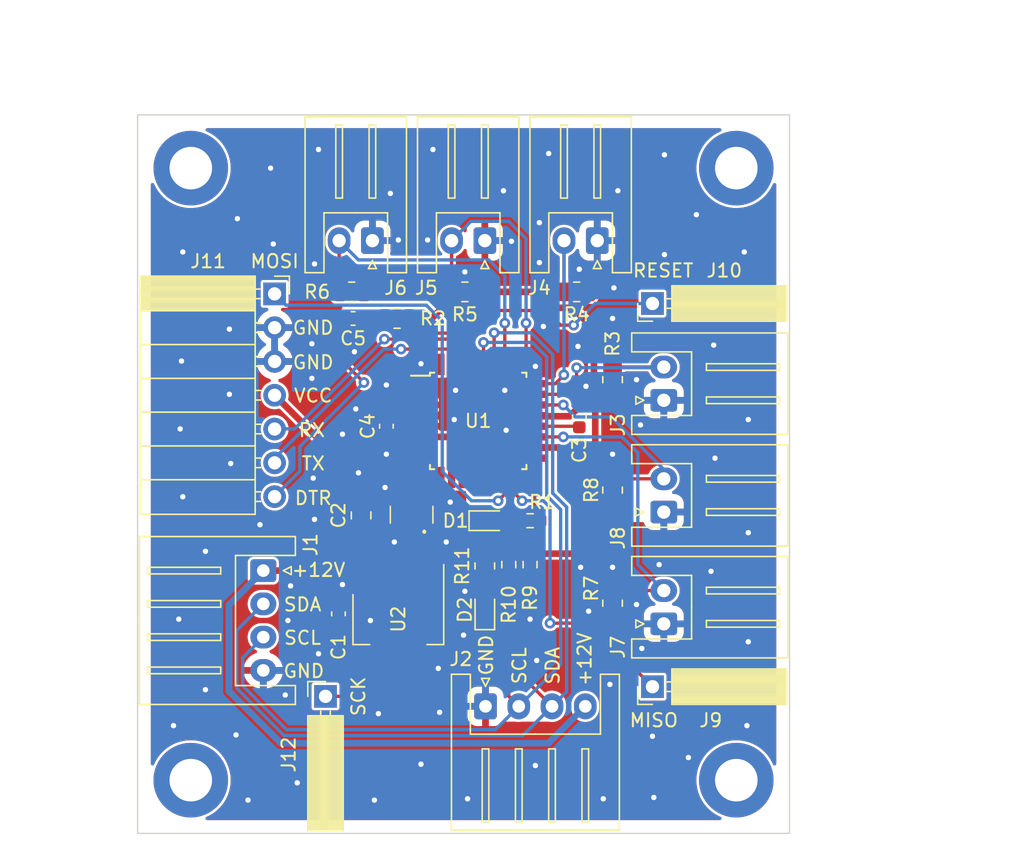
<source format=kicad_pcb>
(kicad_pcb (version 20211014) (generator pcbnew)
  (layers (0 "F.Cu" signal) (31 "B.Cu" signal) (34 "B.Paste" user) (35 "F.Paste" user) (36 "B.SilkS" user "B.Silkscreen") (37 "F.SilkS" user "F.Silkscreen") (38 "B.Mask" user) (39 "F.Mask" user) (44 "Edge.Cuts" user))
  (net 0 "")
  (net 1 "+12V")
  (net 2 "VCC")
  (net 3 "GND2")
  (net 4 "/RESET")
  (net 5 "/DTR")
  (net 6 "Net-(D1-Pad2)")
  (net 7 "/A0")
  (net 8 "/A1")
  (net 9 "/A2")
  (net 10 "/A3")
  (net 11 "/A6")
  (net 12 "/A7")
  (net 13 "SDA")
  (net 14 "SCL")
  (net 15 "/TXO")
  (net 16 "/RXI")
  (net 25 "/MOSI")
  (net 26 "/MISO")
  (net 28 "Net-(D2-Pad2)")
  (net 29 "/PB6")
  (net 30 "/PB7")
  (net 31 "/AREF")
  (net 32 "/SCK")
  (footprint "Resistor_SMD:R_0805_2012Metric" (layer "F.Cu") (at 131.7 82.2 90)
    (fp_text reference "R8" (at 0 -1.6 90) (layer "F.SilkS"))
    (fp_text value "10k")
    (pad "1" smd roundrect (at -0.9125 0 90) (size 1.025 1.4) (layers "F.Cu" "F.Paste" "F.Mask") (roundrect_rratio 0.243902439) (net 2 "VCC"))
    (pad "2" smd roundrect (at 0.9125 0 90) (size 1.025 1.4) (layers "F.Cu" "F.Paste" "F.Mask") (roundrect_rratio 0.243902439) (net 12 "/A7"))
  )
  (footprint "Connector_JST:JST_XH_S2B-XH-A_1x02_P2.50mm_Horizontal" (layer "F.Cu") (at 122.1 63.45 180)
    (fp_text reference "J5" (at 4.4 -3.55) (layer "F.SilkS"))
    (fp_text value "Conn_01x02_Male")
    (pad "1" thru_hole roundrect (at 0 0 180) (size 1.7 2) (drill 1) (layers *.Cu *.Mask) (roundrect_rratio 0.147059) (net 3 "GND2"))
    (pad "2" thru_hole oval (at 2.5 0 180) (size 1.7 2) (drill 1) (layers *.Cu *.Mask) (net 9 "/A2"))
  )
  (footprint "Connector_JST:JST_XH_S2B-XH-A_1x02_P2.50mm_Horizontal" (layer "F.Cu") (at 130.55 63.45 180)
    (fp_text reference "J4" (at 4.35 -3.55) (layer "F.SilkS"))
    (fp_text value "Conn_01x02_Male")
    (pad "1" thru_hole roundrect (at 0 0 180) (size 1.7 2) (drill 1) (layers *.Cu *.Mask) (roundrect_rratio 0.147059) (net 3 "GND2"))
    (pad "2" thru_hole oval (at 2.5 0 180) (size 1.7 2) (drill 1) (layers *.Cu *.Mask) (net 8 "/A1"))
  )
  (footprint "Connector_JST:JST_XH_S2B-XH-A_1x02_P2.50mm_Horizontal" (layer "F.Cu") (at 113.65 63.45 180)
    (fp_text reference "J6" (at -1.75 -3.55) (layer "F.SilkS"))
    (fp_text value "Conn_01x02_Male")
    (pad "1" thru_hole roundrect (at 0 0 180) (size 1.7 2) (drill 1) (layers *.Cu *.Mask) (roundrect_rratio 0.147059) (net 3 "GND2"))
    (pad "2" thru_hole oval (at 2.5 0 180) (size 1.7 2) (drill 1) (layers *.Cu *.Mask) (net 10 "/A3"))
  )
  (footprint "Capacitor_SMD:C_0603_1608Metric" (layer "F.Cu") (at 114.7 77.4 -90)
    (fp_text reference "C4" (at 0 1.4 90) (layer "F.SilkS"))
    (fp_text value "0.1u")
    (pad "1" smd roundrect (at -0.775 0 270) (size 0.9 0.95) (layers "F.Cu" "F.Paste" "F.Mask") (net 3 "GND2"))
    (pad "2" smd roundrect (at 0.775 0 270) (size 0.9 0.95) (layers "F.Cu" "F.Paste" "F.Mask") (net 2 "VCC"))
  )
  (footprint "Connector_JST:JST_XH_S2B-XH-A_1x02_P2.50mm_Horizontal" (layer "F.Cu") (at 135.55 92.25 90)
    (fp_text reference "J7" (at -1.75 -3.45 90) (layer "F.SilkS"))
    (fp_text value "Conn_01x02_Male")
    (pad "1" thru_hole roundrect (at 0 0 90) (size 1.7 2) (drill 1) (layers *.Cu *.Mask) (roundrect_rratio 0.147059) (net 3 "GND2"))
    (pad "2" thru_hole oval (at 2.5 0 90) (size 1.7 2) (drill 1) (layers *.Cu *.Mask) (net 11 "/A6"))
  )
  (footprint "MountingHole:MountingHole_3.2mm_M3_DIN965_Pad" (layer "F.Cu") (at 141 58)
    (fp_text reference "REF**" hide)
    (fp_text value "MountingHole_3.2mm_M3_DIN965_Pad")
    (pad "1" thru_hole circle (at 0 0) (size 5.6 5.6) (drill 3.2) (layers F&B.Cu *.Mask))
  )
  (footprint "Resistor_SMD:R_0805_2012Metric" (layer "F.Cu") (at 120.6 67.3 180)
    (fp_text reference "R5" (at 0 -1.7) (layer "F.SilkS"))
    (fp_text value "10k")
    (pad "1" smd roundrect (at -0.9125 0 180) (size 1.025 1.4) (layers "F.Cu" "F.Paste" "F.Mask") (roundrect_rratio 0.243902439) (net 2 "VCC"))
    (pad "2" smd roundrect (at 0.9125 0 180) (size 1.025 1.4) (layers "F.Cu" "F.Paste" "F.Mask") (roundrect_rratio 0.243902439) (net 9 "/A2"))
  )
  (footprint "Connector_JST:JST_XH_S2B-XH-A_1x02_P2.50mm_Horizontal" (layer "F.Cu") (at 135.55 75.45 90)
    (fp_text reference "J3" (at -1.85 -3.45 90) (layer "F.SilkS"))
    (fp_text value "Conn_01x02_Male")
    (pad "1" thru_hole roundrect (at 0 0 90) (size 1.7 2) (drill 1) (layers *.Cu *.Mask) (roundrect_rratio 0.147059) (net 3 "GND2"))
    (pad "2" thru_hole oval (at 2.5 0 90) (size 1.7 2) (drill 1) (layers *.Cu *.Mask) (net 7 "/A0"))
  )
  (footprint "Capacitor_SMD:C_0603_1608Metric" (layer "F.Cu") (at 112.2 69.3 180)
    (fp_text reference "C5" (at 0 -1.5) (layer "F.SilkS"))
    (fp_text value "0.1u")
    (pad "1" smd roundrect (at -0.775 0 180) (size 0.9 0.95) (layers "F.Cu" "F.Paste" "F.Mask") (net 4 "/RESET"))
    (pad "2" smd roundrect (at 0.775 0 180) (size 0.9 0.95) (layers "F.Cu" "F.Paste" "F.Mask") (net 5 "/DTR"))
  )
  (footprint "LED_SMD:LED_0603_1608Metric" (layer "F.Cu") (at 122.4 84.5)
    (fp_text reference "D1" (at -2.5 0) (layer "F.SilkS"))
    (fp_text value "LED_G")
    (pad "1" smd roundrect (at -0.7875 0) (size 0.875 0.95) (layers "F.Cu" "F.Paste" "F.Mask") (net 3 "GND2"))
    (pad "2" smd roundrect (at 0.7875 0) (size 0.875 0.95) (layers "F.Cu" "F.Paste" "F.Mask") (net 6 "Net-(D1-Pad2)"))
  )
  (footprint "Connector_PinSocket_2.54mm:PinSocket_1x01_P2.54mm_Horizontal" (layer "F.Cu") (at 110.125 97.7 90)
    (fp_text reference "J12" (at -4.38 -2.77 90) (layer "F.SilkS"))
    (fp_text value "Conn_01x01_Female")
    (pad "1" thru_hole rect (at 0 0 90) (size 1.7 1.7) (drill 1) (layers *.Cu *.Mask) (net 32 "/SCK"))
  )
  (footprint "MountingHole:MountingHole_3.2mm_M3_DIN965_Pad" (layer "F.Cu") (at 100 58)
    (fp_text reference "REF**" hide)
    (fp_text value "MountingHole_3.2mm_M3_DIN965_Pad")
    (pad "1" thru_hole circle (at 0 0) (size 5.6 5.6) (drill 3.2) (layers F&B.Cu *.Mask))
  )
  (footprint "Resistor_SMD:R_0805_2012Metric" (layer "F.Cu") (at 131.7 90.7 90)
    (fp_text reference "R7" (at 1.1 -1.6 90) (layer "F.SilkS"))
    (fp_text value "10k")
    (pad "1" smd roundrect (at -0.9125 0 90) (size 1.025 1.4) (layers "F.Cu" "F.Paste" "F.Mask") (roundrect_rratio 0.243902439) (net 2 "VCC"))
    (pad "2" smd roundrect (at 0.9125 0 90) (size 1.025 1.4) (layers "F.Cu" "F.Paste" "F.Mask") (roundrect_rratio 0.243902439) (net 11 "/A6"))
  )
  (footprint "Resistor_SMD:R_0805_2012Metric" (layer "F.Cu") (at 129 67.3 180)
    (fp_text reference "R4" (at 0 -1.7) (layer "F.SilkS"))
    (fp_text value "10k")
    (pad "1" smd roundrect (at -0.9125 0 180) (size 1.025 1.4) (layers "F.Cu" "F.Paste" "F.Mask") (roundrect_rratio 0.243902439) (net 2 "VCC"))
    (pad "2" smd roundrect (at 0.9125 0 180) (size 1.025 1.4) (layers "F.Cu" "F.Paste" "F.Mask") (roundrect_rratio 0.243902439) (net 8 "/A1"))
  )
  (footprint "Capacitor_SMD:C_0603_1608Metric" (layer "F.Cu") (at 129.2 76.7 -90)
    (fp_text reference "C3" (at 2.5 0 90) (layer "F.SilkS"))
    (fp_text value "0.1u")
    (pad "1" smd roundrect (at -0.775 0 270) (size 0.9 0.95) (layers "F.Cu" "F.Paste" "F.Mask") (net 3 "GND2"))
    (pad "2" smd roundrect (at 0.775 0 270) (size 0.9 0.95) (layers "F.Cu" "F.Paste" "F.Mask") (net 31 "/AREF"))
  )
  (footprint "Connector_PinSocket_2.54mm:PinSocket_1x01_P2.54mm_Horizontal" (layer "F.Cu") (at 134.7 68.175 180)
    (fp_text reference "J10" (at -5.4 2.475) (layer "F.SilkS"))
    (fp_text value "Conn_01x01_Female")
    (pad "1" thru_hole rect (at 0 0 180) (size 1.7 1.7) (drill 1) (layers *.Cu *.Mask) (net 4 "/RESET"))
  )
  (footprint "SamacSys_Parts:CSTCE16M0V53R0" (layer "F.Cu") (at 116.6 84.075)
    (fp_text reference "Y1" hide)
    (fp_text value "Crystal_GND2" hide)
    (pad "1" smd rect (at 0.95 0) (size 0.3 1.6) (layers "F.Cu" "F.Paste" "F.Mask") (net 30 "/PB7"))
    (pad "2" smd rect (at 0 0) (size 0.3 1.6) (layers "F.Cu" "F.Paste" "F.Mask") (net 3 "GND2"))
    (pad "3" smd rect (at -0.95 0) (size 0.3 1.6) (layers "F.Cu" "F.Paste" "F.Mask") (net 29 "/PB6"))
  )
  (footprint "Capacitor_SMD:C_0805_2012Metric" (layer "F.Cu") (at 112.8 84.1 90)
    (fp_text reference "C2" (at 0 -1.7 90) (layer "F.SilkS"))
    (fp_text value "10u")
    (pad "1" smd roundrect (at -0.95 0 90) (size 1 1.45) (layers "F.Cu" "F.Paste" "F.Mask") (net 2 "VCC"))
    (pad "2" smd roundrect (at 0.95 0 90) (size 1 1.45) (layers "F.Cu" "F.Paste" "F.Mask") (net 3 "GND2"))
  )
  (footprint "Package_QFP:TQFP-32_7x7mm_P0.8mm" (layer "F.Cu") (at 121.6 77)
    (fp_text reference "U1" (at 0 0) (layer "F.SilkS"))
    (fp_text value "ATmega328P-A")
    (pad "1" smd rect (at -4.25 -2.8) (size 1.6 0.55) (layers "F.Cu" "F.Paste" "F.Mask"))
    (pad "2" smd rect (at -4.25 -2) (size 1.6 0.55) (layers "F.Cu" "F.Paste" "F.Mask"))
    (pad "3" smd rect (at -4.25 -1.2) (size 1.6 0.55) (layers "F.Cu" "F.Paste" "F.Mask") (net 3 "GND2"))
    (pad "4" smd rect (at -4.25 -0.4) (size 1.6 0.55) (layers "F.Cu" "F.Paste" "F.Mask") (net 2 "VCC"))
    (pad "5" smd rect (at -4.25 0.4) (size 1.6 0.55) (layers "F.Cu" "F.Paste" "F.Mask") (net 3 "GND2"))
    (pad "6" smd rect (at -4.25 1.2) (size 1.6 0.55) (layers "F.Cu" "F.Paste" "F.Mask") (net 2 "VCC"))
    (pad "7" smd rect (at -4.25 2) (size 1.6 0.55) (layers "F.Cu" "F.Paste" "F.Mask") (net 29 "/PB6"))
    (pad "8" smd rect (at -4.25 2.8) (size 1.6 0.55) (layers "F.Cu" "F.Paste" "F.Mask") (net 30 "/PB7"))
    (pad "9" smd rect (at -2.8 4.25 90) (size 1.6 0.55) (layers "F.Cu" "F.Paste" "F.Mask"))
    (pad "10" smd rect (at -2 4.25 90) (size 1.6 0.55) (layers "F.Cu" "F.Paste" "F.Mask"))
    (pad "11" smd rect (at -1.2 4.25 90) (size 1.6 0.55) (layers "F.Cu" "F.Paste" "F.Mask"))
    (pad "12" smd rect (at -0.4 4.25 90) (size 1.6 0.55) (layers "F.Cu" "F.Paste" "F.Mask"))
    (pad "13" smd rect (at 0.4 4.25 90) (size 1.6 0.55) (layers "F.Cu" "F.Paste" "F.Mask"))
    (pad "14" smd rect (at 1.2 4.25 90) (size 1.6 0.55) (layers "F.Cu" "F.Paste" "F.Mask"))
    (pad "15" smd rect (at 2 4.25 90) (size 1.6 0.55) (layers "F.Cu" "F.Paste" "F.Mask") (net 25 "/MOSI"))
    (pad "16" smd rect (at 2.8 4.25 90) (size 1.6 0.55) (layers "F.Cu" "F.Paste" "F.Mask") (net 26 "/MISO"))
    (pad "17" smd rect (at 4.25 2.8) (size 1.6 0.55) (layers "F.Cu" "F.Paste" "F.Mask") (net 32 "/SCK"))
    (pad "18" smd rect (at 4.25 2) (size 1.6 0.55) (layers "F.Cu" "F.Paste" "F.Mask") (net 2 "VCC"))
    (pad "19" smd rect (at 4.25 1.2) (size 1.6 0.55) (layers "F.Cu" "F.Paste" "F.Mask") (net 11 "/A6"))
    (pad "20" smd rect (at 4.25 0.4) (size 1.6 0.55) (layers "F.Cu" "F.Paste" "F.Mask") (net 31 "/AREF"))
    (pad "21" smd rect (at 4.25 -0.4) (size 1.6 0.55) (layers "F.Cu" "F.Paste" "F.Mask") (net 3 "GND2"))
    (pad "22" smd rect (at 4.25 -1.2) (size 1.6 0.55) (layers "F.Cu" "F.Paste" "F.Mask") (net 12 "/A7"))
    (pad "23" smd rect (at 4.25 -2) (size 1.6 0.55) (layers "F.Cu" "F.Paste" "F.Mask") (net 7 "/A0"))
    (pad "24" smd rect (at 4.25 -2.8) (size 1.6 0.55) (layers "F.Cu" "F.Paste" "F.Mask") (net 8 "/A1"))
    (pad "25" smd rect (at 2.8 -4.25 90) (size 1.6 0.55) (layers "F.Cu" "F.Paste" "F.Mask") (net 9 "/A2"))
    (pad "26" smd rect (at 2 -4.25 90) (size 1.6 0.55) (layers "F.Cu" "F.Paste" "F.Mask") (net 10 "/A3"))
    (pad "27" smd rect (at 1.2 -4.25 90) (size 1.6 0.55) (layers "F.Cu" "F.Paste" "F.Mask") (net 13 "SDA"))
    (pad "28" smd rect (at 0.4 -4.25 90) (size 1.6 0.55) (layers "F.Cu" "F.Paste" "F.Mask") (net 14 "SCL"))
    (pad "29" smd rect (at -0.4 -4.25 90) (size 1.6 0.55) (layers "F.Cu" "F.Paste" "F.Mask") (net 4 "/RESET"))
    (pad "30" smd rect (at -1.2 -4.25 90) (size 1.6 0.55) (layers "F.Cu" "F.Paste" "F.Mask") (net 16 "/RXI"))
    (pad "31" smd rect (at -2 -4.25 90) (size 1.6 0.55) (layers "F.Cu" "F.Paste" "F.Mask") (net 15 "/TXO"))
    (pad "32" smd rect (at -2.8 -4.25 90) (size 1.6 0.55) (layers "F.Cu" "F.Paste" "F.Mask"))
  )
  (footprint "Connector_JST:JST_XH_S4B-XH-A_1x04_P2.50mm_Horizontal" (layer "F.Cu") (at 122.15 98.45)
    (fp_text reference "J2" (at -1.85 -3.55) (layer "F.SilkS"))
    (fp_text value "Conn_01x04_Male")
    (pad "1" thru_hole roundrect (at 0 0) (size 1.7 1.95) (drill 0.95) (layers *.Cu *.Mask) (roundrect_rratio 0.147059) (net 3 "GND2"))
    (pad "2" thru_hole oval (at 2.5 0) (size 1.7 1.95) (drill 0.95) (layers *.Cu *.Mask) (net 14 "SCL"))
    (pad "3" thru_hole oval (at 5 0) (size 1.7 1.95) (drill 0.95) (layers *.Cu *.Mask) (net 13 "SDA"))
    (pad "4" thru_hole oval (at 7.5 0) (size 1.7 1.95) (drill 0.95) (layers *.Cu *.Mask) (net 1 "+12V"))
  )
  (footprint "Resistor_SMD:R_0805_2012Metric" (layer "F.Cu") (at 122.1 87.9 -90)
    (fp_text reference "R11" (at 0 1.7 90) (layer "F.SilkS"))
    (fp_text value "10k")
    (pad "1" smd roundrect (at -0.9125 0 270) (size 1.025 1.4) (layers "F.Cu" "F.Paste" "F.Mask") (roundrect_rratio 0.243902439) (net 2 "VCC"))
    (pad "2" smd roundrect (at 0.9125 0 270) (size 1.025 1.4) (layers "F.Cu" "F.Paste" "F.Mask") (roundrect_rratio 0.243902439) (net 28 "Net-(D2-Pad2)"))
  )
  (footprint "MountingHole:MountingHole_3.2mm_M3_DIN965_Pad" (layer "F.Cu") (at 141 104)
    (fp_text reference "REF**" hide)
    (fp_text value "MountingHole_3.2mm_M3_DIN965_Pad")
    (pad "1" thru_hole circle (at 0 0) (size 5.6 5.6) (drill 3.2) (layers F&B.Cu *.Mask))
  )
  (footprint "MountingHole:MountingHole_3.2mm_M3_DIN965_Pad" (layer "F.Cu") (at 100 104)
    (fp_text reference "REF**" hide)
    (fp_text value "MountingHole_3.2mm_M3_DIN965_Pad")
    (pad "1" thru_hole circle (at 0 0) (size 5.6 5.6) (drill 3.2) (layers *.Cu *.Mask))
  )
  (footprint "Resistor_SMD:R_0805_2012Metric" (layer "F.Cu") (at 131.7 73.9 90)
    (fp_text reference "R3" (at 2.7 0 90) (layer "F.SilkS"))
    (fp_text value "10k")
    (pad "1" smd roundrect (at -0.9125 0 90) (size 1.025 1.4) (layers "F.Cu" "F.Paste" "F.Mask") (roundrect_rratio 0.243902439) (net 2 "VCC"))
    (pad "2" smd roundrect (at 0.9125 0 90) (size 1.025 1.4) (layers "F.Cu" "F.Paste" "F.Mask") (roundrect_rratio 0.243902439) (net 7 "/A0"))
  )
  (footprint "Capacitor_SMD:C_0603_1608Metric" (layer "F.Cu") (at 111.1 91.5 -90)
    (fp_text reference "C1" (at 2.5 0 90) (layer "F.SilkS"))
    (fp_text value "0.1u")
    (pad "1" smd roundrect (at -0.775 0 270) (size 0.9 0.95) (layers "F.Cu" "F.Paste" "F.Mask") (net 1 "+12V"))
    (pad "2" smd roundrect (at 0.775 0 270) (size 0.9 0.95) (layers "F.Cu" "F.Paste" "F.Mask") (net 3 "GND2"))
  )
  (footprint "Resistor_SMD:R_0805_2012Metric" (layer "F.Cu") (at 115.5 69.3 180)
    (fp_text reference "R2" (at -2.7 0) (layer "F.SilkS"))
    (fp_text value "10k")
    (pad "1" smd roundrect (at -0.9125 0 180) (size 1.025 1.4) (layers "F.Cu" "F.Paste" "F.Mask") (roundrect_rratio 0.243902439) (net 2 "VCC"))
    (pad "2" smd roundrect (at 0.9125 0 180) (size 1.025 1.4) (layers "F.Cu" "F.Paste" "F.Mask") (roundrect_rratio 0.243902439) (net 4 "/RESET"))
  )
  (footprint "Resistor_SMD:R_0603_1608Metric" (layer "F.Cu") (at 123.9 87.8 -90)
    (fp_text reference "R10" (at 3 0 -270) (layer "F.SilkS"))
    (fp_text value "4.99k")
    (pad "1" smd roundrect (at -0.825 0 270) (size 0.8 0.95) (layers "F.Cu" "F.Paste" "F.Mask") (net 2 "VCC"))
    (pad "2" smd roundrect (at 0.825 0 270) (size 0.8 0.95) (layers "F.Cu" "F.Paste" "F.Mask") (net 14 "SCL"))
  )
  (footprint "Connector_JST:JST_XH_S4B-XH-A_1x04_P2.50mm_Horizontal" (layer "F.Cu") (at 105.45 88.25 -90)
    (fp_text reference "J1" (at -1.95 -3.55 90) (layer "F.SilkS"))
    (fp_text value "Conn_01x04_Male")
    (pad "1" thru_hole roundrect (at 0 0 270) (size 1.7 1.95) (drill 0.95) (layers *.Cu *.Mask) (roundrect_rratio 0.147059) (net 1 "+12V"))
    (pad "2" thru_hole oval (at 2.5 0 270) (size 1.7 1.95) (drill 0.95) (layers *.Cu *.Mask) (net 13 "SDA"))
    (pad "3" thru_hole oval (at 5 0 270) (size 1.7 1.95) (drill 0.95) (layers *.Cu *.Mask) (net 14 "SCL"))
    (pad "4" thru_hole oval (at 7.5 0 270) (size 1.7 1.95) (drill 0.95) (layers *.Cu *.Mask) (net 3 "GND2"))
  )
  (footprint "Resistor_SMD:R_0603_1608Metric" (layer "F.Cu") (at 125.5 87.8 -90)
    (fp_text reference "R9" (at 2.5 0 -270) (layer "F.SilkS"))
    (fp_text value "4.99k")
    (pad "1" smd roundrect (at -0.825 0 270) (size 0.8 0.95) (layers "F.Cu" "F.Paste" "F.Mask") (net 2 "VCC"))
    (pad "2" smd roundrect (at 0.825 0 270) (size 0.8 0.95) (layers "F.Cu" "F.Paste" "F.Mask") (net 13 "SDA"))
  )
  (footprint "Resistor_SMD:R_0603_1608Metric" (layer "F.Cu") (at 125.5 84.5 180)
    (fp_text reference "R1" (at -0.9 1.4) (layer "F.SilkS"))
    (fp_text value "330")
    (pad "1" smd roundrect (at -0.825 0 180) (size 0.8 0.95) (layers "F.Cu" "F.Paste" "F.Mask") (net 32 "/SCK"))
    (pad "2" smd roundrect (at 0.825 0 180) (size 0.8 0.95) (layers "F.Cu" "F.Paste" "F.Mask") (net 6 "Net-(D1-Pad2)"))
  )
  (footprint "Connector_PinSocket_2.54mm:PinSocket_1x01_P2.54mm_Horizontal" (layer "F.Cu") (at 134.7 96.975 180)
    (fp_text reference "J9" (at -4.38 -2.525) (layer "F.SilkS"))
    (fp_text value "Conn_01x01_Female")
    (pad "1" thru_hole rect (at 0 0 180) (size 1.7 1.7) (drill 1) (layers *.Cu *.Mask) (net 26 "/MISO"))
  )
  (footprint "Package_TO_SOT_SMD:SOT-223-3_TabPin2" (layer "F.Cu") (at 115.6 91.9 -90)
    (fp_text reference "U2" (at 0 0 90) (layer "F.SilkS"))
    (fp_text value "LD1117S50TR_SOT223")
    (pad "" smd rect (at 3.15 0 270) (size 2 3.8) (layers "F.Cu" "F.Paste" "F.Mask"))
    (pad "1" smd rect (at -3.15 -2.3 270) (size 2 1.5) (layers "F.Cu" "F.Paste" "F.Mask") (net 3 "GND2"))
    (pad "2" smd rect (at -3.15 0 270) (size 2 1.5) (layers "F.Cu" "F.Paste" "F.Mask") (net 2 "VCC"))
    (pad "3" smd rect (at -3.15 2.3 270) (size 2 1.5) (layers "F.Cu" "F.Paste" "F.Mask") (net 1 "+12V"))
  )
  (footprint "Connector_PinSocket_2.54mm:PinSocket_1x07_P2.54mm_Horizontal" (layer "F.Cu") (at 106.3 67.45)
    (fp_text reference "J11" (at -5 -2.45) (layer "F.SilkS"))
    (fp_text value "Conn_01x07_Female")
    (pad "1" thru_hole rect (at 0 0) (size 1.7 1.7) (drill 1) (layers *.Cu *.Mask) (net 25 "/MOSI"))
    (pad "2" thru_hole oval (at 0 2.54) (size 1.7 1.7) (drill 1) (layers *.Cu *.Mask) (net 3 "GND2"))
    (pad "3" thru_hole oval (at 0 5.08) (size 1.7 1.7) (drill 1) (layers *.Cu *.Mask) (net 3 "GND2"))
    (pad "4" thru_hole oval (at 0 7.62) (size 1.7 1.7) (drill 1) (layers *.Cu *.Mask) (net 2 "VCC"))
    (pad "5" thru_hole oval (at 0 10.16) (size 1.7 1.7) (drill 1) (layers *.Cu *.Mask) (net 16 "/RXI"))
    (pad "6" thru_hole oval (at 0 12.7) (size 1.7 1.7) (drill 1) (layers *.Cu *.Mask) (net 15 "/TXO"))
    (pad "7" thru_hole oval (at 0 15.24) (size 1.7 1.7) (drill 1) (layers *.Cu *.Mask) (net 5 "/DTR"))
  )
  (footprint "Resistor_SMD:R_0805_2012Metric" (layer "F.Cu") (at 112.1 67.3 180)
    (fp_text reference "R6" (at 2.6 0) (layer "F.SilkS"))
    (fp_text value "10k")
    (pad "1" smd roundrect (at -0.9125 0 180) (size 1.025 1.4) (layers "F.Cu" "F.Paste" "F.Mask") (roundrect_rratio 0.243902439) (net 2 "VCC"))
    (pad "2" smd roundrect (at 0.9125 0 180) (size 1.025 1.4) (layers "F.Cu" "F.Paste" "F.Mask") (roundrect_rratio 0.243902439) (net 10 "/A3"))
  )
  (footprint "LED_SMD:LED_0603_1608Metric" (layer "F.Cu") (at 122.1 91.2 90)
    (fp_text reference "D2" (at 0 -1.5 90) (layer "F.SilkS"))
    (fp_text value "LED_R")
    (pad "1" smd roundrect (at -0.7875 0 90) (size 0.875 0.95) (layers "F.Cu" "F.Paste" "F.Mask") (net 3 "GND2"))
    (pad "2" smd roundrect (at 0.7875 0 90) (size 0.875 0.95) (layers "F.Cu" "F.Paste" "F.Mask") (net 28 "Net-(D2-Pad2)"))
  )
  (footprint "Connector_JST:JST_XH_S2B-XH-A_1x02_P2.50mm_Horizontal" (layer "F.Cu") (at 135.55 83.85 90)
    (fp_text reference "J8" (at -1.95 -3.45 90) (layer "F.SilkS"))
    (fp_text value "Conn_01x02_Male")
    (pad "1" thru_hole roundrect (at 0 0 90) (size 1.7 2) (drill 1) (layers *.Cu *.Mask) (roundrect_rratio 0.147059) (net 3 "GND2"))
    (pad "2" thru_hole oval (at 2.5 0 90) (size 1.7 2) (drill 1) (layers *.Cu *.Mask) (net 12 "/A7"))
  )
  (gr_line (start 145 108) (end 145 54) (layer "Edge.Cuts") (width 0.1))
  (gr_line (start 145 54) (end 96 54) (layer "Edge.Cuts") (width 0.1))
  (gr_line (start 96 54) (end 96 108) (layer "Edge.Cuts") (width 0.1))
  (gr_line (start 96 108) (end 145 108) (layer "Edge.Cuts") (width 0.1))
  (gr_text "SCK" (at 112.6 97.7 90) (layer "F.SilkS") (effects (font (size 1 1))))
  (gr_text "SDA" (at 108.4 90.8) (layer "F.SilkS") (effects (font (size 1 1))))
  (gr_text "VCC\n" (at 109.2 75.1) (layer "F.SilkS") (effects (font (size 1 1))))
  (gr_text "GND" (at 109.2 70) (layer "F.SilkS") (effects (font (size 1 1))))
  (gr_text "SDA" (at 127.2 95.4 90) (layer "F.SilkS") (effects (font (size 1 1))))
  (gr_text "TX" (at 109.2 80.2) (layer "F.SilkS") (effects (font (size 1 1))))
  (gr_text "SCL\n" (at 108.4 93.3) (layer "F.SilkS") (effects (font (size 1 1))))
  (gr_text "RESET" (at 135.5 65.7) (layer "F.SilkS") (effects (font (size 1 1))))
  (gr_text "MOSI" (at 106.3 65) (layer "F.SilkS") (effects (font (size 1 1))))
  (gr_text "RX" (at 109.1 77.7) (layer "F.SilkS") (effects (font (size 1 1))))
  (gr_text "SCL\n" (at 124.7 95.4 90) (layer "F.SilkS") (effects (font (size 1 1))))
  (gr_text "GND" (at 108.5 95.8) (layer "F.SilkS") (effects (font (size 1 1))))
  (gr_text "MISO" (at 134.8 99.5) (layer "F.SilkS") (effects (font (size 1 1))))
  (gr_text "+12V" (at 129.6 94.9 90) (layer "F.SilkS") (effects (font (size 1 1))))
  (gr_text "DTR" (at 109.2 82.8) (layer "F.SilkS") (effects (font (size 1 1))))
  (gr_text "GND" (at 122.2 94.6 90) (layer "F.SilkS") (effects (font (size 1 1))))
  (gr_text "GND" (at 109.2 72.6) (layer "F.SilkS") (effects (font (size 1 1))))
  (gr_text "+12V" (at 109.6 88.2) (layer "F.SilkS") (effects (font (size 1 1))))
  (segment (start 113.3 90) (end 113.3 88.75) (width 0.5) (layer "F.Cu") (net 1))
  (segment (start 112.575 90.725) (end 113.3 90) (width 0.5) (layer "F.Cu") (net 1))
  (segment (start 108.625 88.25) (end 111.1 90.725) (width 0.5) (layer "F.Cu") (net 1))
  (segment (start 111.1 90.725) (end 112.575 90.725) (width 0.5) (layer "F.Cu") (net 1))
  (segment (start 105.45 88.25) (end 108.625 88.25) (width 0.5) (layer "F.Cu") (net 1))
  (segment (start 102.875 90.825) (end 105.45 88.25) (width 0.5) (layer "B.Cu") (net 1))
  (segment (start 106.775432 101.225) (end 102.875 97.324568) (width 0.5) (layer "B.Cu") (net 1))
  (segment (start 102.875 97.324568) (end 102.875 90.825) (width 0.5) (layer "B.Cu") (net 1))
  (segment (start 106.775432 101.225) (end 126.875 101.225) (width 0.5) (layer "B.Cu") (net 1))
  (segment (start 126.875 101.225) (end 129.65 98.45) (width 0.5) (layer "B.Cu") (net 1))
  (segment (start 130.475 90.3875) (end 131.7 91.6125) (width 0.5) (layer "F.Cu") (net 2))
  (segment (start 118.9 68.5) (end 118.1 69.3) (width 0.5) (layer "F.Cu") (net 2))
  (segment (start 130.4 81.8125) (end 131.7 83.1125) (width 0.5) (layer "F.Cu") (net 2))
  (segment (start 128.7125 68.5) (end 129.9125 67.3) (width 0.5) (layer "F.Cu") (net 2))
  (segment (start 130.475 86.975) (end 130.475 90.3875) (width 0.5) (layer "F.Cu") (net 2))
  (segment (start 116.275 76.6) (end 117.35 76.6) (width 0.5) (layer "F.Cu") (net 2))
  (segment (start 131.7 85.75) (end 131.7 83.1125) (width 0.5) (layer "F.Cu") (net 2))
  (segment (start 115.6 87.85) (end 112.8 85.05) (width 0.5) (layer "F.Cu") (net 2))
  (segment (start 130.3 70.1) (end 130.3 73.4125) (width 0.5) (layer "F.Cu") (net 2))
  (segment (start 130.4 81.8) (end 130.4 81.8125) (width 0.5) (layer "F.Cu") (net 2))
  (segment (start 116.4125 69.3) (end 118.1 69.3) (width 0.5) (layer "F.Cu") (net 2))
  (segment (start 125.85 79) (end 127.6 79) (width 0.5) (layer "F.Cu") (net 2))
  (segment (start 114.7 78.175) (end 117.325 78.175) (width 0.5) (layer "F.Cu") (net 2))
  (segment (start 126.1 67.3) (end 127.3 68.5) (width 0.5) (layer "F.Cu") (net 2))
  (segment (start 113.525 78.175) (end 111.5 80.2) (width 0.5) (layer "F.Cu") (net 2))
  (segment (start 127.6 79) (end 130.4 81.8) (width 0.5) (layer "F.Cu") (net 2))
  (segment (start 117.35 78.2) (end 121.1 78.2) (width 0.5) (layer "F.Cu") (net 2))
  (segment (start 125.5 86.975) (end 130.475 86.975) (width 0.5) (layer "F.Cu") (net 2))
  (segment (start 127.3 68.5) (end 128.7125 68.5) (width 0.5) (layer "F.Cu") (net 2))
  (segment (start 121.5 67.3) (end 121.5125 67.3) (width 0.5) (layer "F.Cu") (net 2))
  (segment (start 117.7 67.3) (end 118.9 68.5) (width 0.5) (layer "F.Cu") (net 2))
  (segment (start 122.1125 86.975) (end 122.1 86.9875) (width 0.5) (layer "F.Cu") (net 2))
  (segment (start 120.3 68.5) (end 121.5 67.3) (width 0.5) (layer "F.Cu") (net 2))
  (segment (start 125.5 86.975) (end 123.9 86.975) (width 0.5) (layer "F.Cu") (net 2))
  (segment (start 128.7125 68.5) (end 128.7125 68.5125) (width 0.5) (layer "F.Cu") (net 2))
  (segment (start 111.5 84.1) (end 112.45 85.05) (width 0.5) (layer "F.Cu") (net 2))
  (segment (start 118.9 68.5) (end 120.3 68.5) (width 0.5) (layer "F.Cu") (net 2))
  (segment (start 131.7 74.8125) (end 131.6875 74.8125) (width 0.5) (layer "F.Cu") (net 2))
  (segment (start 113.0125 67.3) (end 117.7 67.3) (width 0.5) (layer "F.Cu") (net 2))
  (segment (start 114.7 78.175) (end 113.525 78.175) (width 0.5) (layer "F.Cu") (net 2))
  (segment (start 131.6875 74.8125) (end 130.4 76.1) (width 0.5) (layer "F.Cu") (net 2))
  (segment (start 130.475 86.975) (end 131.7 85.75) (width 0.5) (layer "F.Cu") (net 2))
  (segment (start 121.9 79) (end 125.85 79) (width 0.5) (layer "F.Cu") (net 2))
  (segment (start 111.445 80.2) (end 111.5 80.2) (width 0.5) (layer "F.Cu") (net 2))
  (segment (start 117.325 78.175) (end 117.35 78.2) (width 0.5) (layer "F.Cu") (net 2))
  (segment (start 111.5 80.2) (end 111.5 84.1) (width 0.5) (layer "F.Cu") (net 2))
  (segment (start 130.4 76.1) (end 130.4 81.8125) (width 0.5) (layer "F.Cu") (net 2))
  (segment (start 112.45 85.05) (end 112.8 85.05) (width 0.5) (layer "F.Cu") (net 2))
  (segment (start 123.9 86.975) (end 122.1125 86.975) (width 0.5) (layer "F.Cu") (net 2))
  (segment (start 121.1 78.2) (end 121.9 79) (width 0.5) (layer "F.Cu") (net 2))
  (segment (start 115.6 88.75) (end 115.6 87.85) (width 0.5) (layer "F.Cu") (net 2))
  (segment (start 114.7 78.175) (end 116.275 76.6) (width 0.5) (layer "F.Cu") (net 2))
  (segment (start 130.3 73.4125) (end 131.7 74.8125) (width 0.5) (layer "F.Cu") (net 2))
  (segment (start 128.7125 68.5125) (end 130.3 70.1) (width 0.5) (layer "F.Cu") (net 2))
  (segment (start 121.5125 67.3) (end 126.1 67.3) (width 0.5) (layer "F.Cu") (net 2))
  (segment (start 106.3 75.055) (end 111.445 80.2) (width 0.5) (layer "F.Cu") (net 2))
  (segment (start 125.9 76.65) (end 128.475 76.65) (width 0.5) (layer "F.Cu") (net 3))
  (segment (start 128.475 76.65) (end 129.2 75.925) (width 0.5) (layer "F.Cu") (net 3))
  (segment (start 125.85 76.6) (end 125.9 76.65) (width 0.5) (layer "F.Cu") (net 3))
  (via (at 109.6 94.5) (size 0.8) (drill 0.4) (layers "F.Cu" "B.Cu") (net 3))
  (via (at 135.2 87.8) (size 0.8) (drill 0.4) (layers "F.Cu" "B.Cu") (net 3))
  (via (at 103.5 61.8) (size 0.8) (drill 0.4) (layers "F.Cu" "B.Cu") (net 3))
  (via (at 102.9 75) (size 0.8) (drill 0.4) (layers "F.Cu" "B.Cu") (net 3))
  (via (at 133.8 77.3) (size 0.8) (drill 0.4) (layers "F.Cu" "B.Cu") (net 3))
  (via (at 101.1 97.2) (size 0.8) (drill 0.4) (layers "F.Cu" "B.Cu") (net 3))
  (via (at 135.6 64.5) (size 0.8) (drill 0.4) (layers "F.Cu" "B.Cu") (net 3))
  (via (at 119.2 86.1) (size 0.8) (drill 0.4) (layers "F.Cu" "B.Cu") (net 3))
  (via (at 119.5 83.1) (size 0.8) (drill 0.4) (layers "F.Cu" "B.Cu") (net 3))
  (via (at 107.1 97.6) (size 0.8) (drill 0.4) (layers "F.Cu" "B.Cu") (net 3))
  (via (at 115.6 63.4) (size 0.8) (drill 0.4) (layers "F.Cu" "B.Cu") (net 3))
  (via (at 141.6 64.3) (size 0.8) (drill 0.4) (layers "F.Cu" "B.Cu") (net 3))
  (via (at 133.9 94.1) (size 0.8) (drill 0.4) (layers "F.Cu" "B.Cu") (net 3))
  (via (at 109.1 71.2) (size 0.8) (drill 0.4) (layers "F.Cu" "B.Cu") (net 3))
  (via (at 118.7 98.9) (size 0.8) (drill 0.4) (layers "F.Cu" "B.Cu") (net 3))
  (via (at 129.7 74.4) (size 0.8) (drill 0.4) (layers "F.Cu" "B.Cu") (net 3))
  (via (at 113.5 92) (size 0.8) (drill 0.4) (layers "F.Cu" "B.Cu") (net 3))
  (via (at 99.3 72.5) (size 0.8) (drill 0.4) (layers "F.Cu" "B.Cu") (net 3))
  (via (at 133.5 73.9) (size 0.8) (drill 0.4) (layers "F.Cu" "B.Cu") (net 3))
  (via (at 129.9 91.3) (size 0.8) (drill 0.4) (layers "F.Cu" "B.Cu") (net 3))
  (via (at 111.4 89.3) (size 0.8) (drill 0.4) (layers "F.Cu" "B.Cu") (net 3))
  (via (at 138 61.5) (size 0.8) (drill 0.4) (layers "F.Cu" "B.Cu") (net 3))
  (via (at 125.5 91.9) (size 0.8) (drill 0.4) (layers "F.Cu" "B.Cu") (net 3))
  (via (at 131.5 96.8) (size 0.8) (drill 0.4) (layers "F.Cu" "B.Cu") (net 3))
  (via (at 99.4 64.3) (size 0.8) (drill 0.4) (layers "F.Cu" "B.Cu") (net 3))
  (via (at 131 105.4) (size 0.8) (drill 0.4) (layers "F.Cu" "B.Cu") (net 3))
  (via (at 114.7 74.3) (size 0.8) (drill 0.4) (layers "F.Cu" "B.Cu") (net 3))
  (via (at 134.8 105.3) (size 0.8) (drill 0.4) (layers "F.Cu" "B.Cu") (net 3))
  (via (at 139.3 71.3) (size 0.8) (drill 0.4) (layers "F.Cu" "B.Cu") (net 3))
  (via (at 99.1 91.9) (size 0.8) (drill 0.4) (layers "F.Cu" "B.Cu") (net 3))
  (via (at 125.9 72.9) (size 0.8) (drill 0.4) (layers "F.Cu" "B.Cu") (net 3))
  (via (at 133.5 90.8) (size 0.8) (drill 0.4) (layers "F.Cu" "B.Cu") (net 3))
  (via (at 112.4 76.1) (size 0.8) (drill 0.4) (layers "F.Cu" "B.Cu") (net 3))
  (via (at 99.2 77.6) (size 0.8) (drill 0.4) (layers "F.Cu" "B.Cu") (net 3))
  (via (at 120.6 89.8) (size 0.8) (drill 0.4) (layers "F.Cu" "B.Cu") (net 3))
  (via (at 129.2 65.6) (size 0.8) (drill 0.4) (layers "F.Cu" "B.Cu") (net 3))
  (via (at 119.8 76.9) (size 0.8) (drill 0.4) (layers "F.Cu" "B.Cu") (net 3))
  (via (at 131.7 69.3) (size 0.8) (drill 0.4) (layers "F.Cu" "B.Cu") (net 3))
  (via (at 109.2 81.3) (size 0.8) (drill 0.4) (layers "F.Cu" "B.Cu") (net 3))
  (via (at 114.6 82) (size 0.8) (drill 0.4) (layers "F.Cu" "B.Cu") (net 3))
  (via (at 107.3 92) (size 0.8) (drill 0.4) (layers "F.Cu" "B.Cu") (net 3))
  (via (at 109.1 73.8) (size 0.8) (drill 0.4) (layers "F.Cu" "B.Cu") (net 3))
  (via (at 114.7 79.5) (size 0.8) (drill 0.4) (layers "F.Cu" "B.Cu") (net 3))
  (via (at 124.1 63.5) (size 0.8) (drill 0.4) (layers "F.Cu" "B.Cu") (net 3))
  (via (at 125.9 102.9) (size 0.8) (drill 0.4) (layers "F.Cu" "B.Cu") (net 3))
  (via (at 129.3 88) (size 0.8) (drill 0.4) (layers "F.Cu" "B.Cu") (net 3))
  (via (at 98.7 99.9) (size 0.8) (drill 0.4) (layers "F.Cu" "B.Cu") (net 3))
  (via (at 126.9 56.9) (size 0.8) (drill 0.4) (layers "F.Cu" "B.Cu") (net 3))
  (via (at 132.1 59.7) (size 0.8) (drill 0.4) (layers "F.Cu" "B.Cu") (net 3))
  (via (at 123.6 74.7) (size 0.8) (drill 0.4) (layers "F.Cu" "B.Cu") (net 3))
  (via (at 99.4 82.7) (size 0.8) (drill 0.4) (layers "F.Cu" "B.Cu") (net 3))
  (via (at 120.6 65.8) (size 0.8) (drill 0.4) (layers "F.Cu" "B.Cu") (net 3))
  (via (at 115.3 86.1) (size 0.8) (drill 0.4) (layers "F.Cu" "B.Cu") (net 3))
  (via (at 112.3 71.8) (size 0.8) (drill 0.4) (layers "F.Cu" "B.Cu") (net 3))
  (via (at 134.7 100.7) (size 0.8) (drill 0.4) (layers "F.Cu" "B.Cu") (net 3))
  (via (at 126.2 62.1) (size 0.8) (drill 0.4) (layers "F.Cu" "B.Cu") (net 3))
  (via (at 109.3 84.4) (size 0.8) (drill 0.4) (layers "F.Cu" "B.Cu") (net 3))
  (via (at 119.9 74.7) (size 0.8) (drill 0.4) (layers "F.Cu" "B.Cu") (net 3))
  (via (at 109.6 56.6) (size 0.8) (drill 0.4) (layers "F.Cu" "B.Cu") (net 3))
  (via (at 106.2 63.7) (size 0.8) (drill 0.4) (layers "F.Cu" "B.Cu") (net 3))
  (via (at 113.8 105.5) (size 0.8) (drill 0.4) (layers "F.Cu" "B.Cu") (net 3))
  (via (at 117.3 102.8) (size 0.8) (drill 0.4) (layers "F.Cu" "B.Cu") (net 3))
  (via (at 131.8 67) (size 0.8) (drill 0.4) (layers "F.Cu" "B.Cu") (net 3))
  (via (at 123.7 77.7) (size 0.8) (drill 0.4) (layers "F.Cu" "B.Cu") (net 3))
  (via (at 111.4 78) (size 0.8) (drill 0.4) (layers "F.Cu" "B.Cu") (net 3))
  (via (at 117.8 63.4) (size 0.8) (drill 0.4) (layers "F.Cu" "B.Cu") (net 3))
  (via (at 141.9 85.4) (size 0.8) (drill 0.4) (layers "F.Cu" "B.Cu") (net 3))
  (via (at 117.3 72.7) (size 0.8) (drill 0.4) (layers "F.Cu" "B.Cu") (net 3))
  (via (at 139.4 79.8) (size 0.8) (drill 0.4) (layers "F.Cu" "B.Cu") (net 3))
  (via (at 131.7 88) (size 0.8) (drill 0.4) (layers "F.Cu" "B.Cu") (net 3))
  (via (at 101.1 86.8) (size 0.8) (drill 0.4) (layers "F.Cu" "B.Cu") (net 3))
  (via (at 137.4 102.3) (size 0.8) (drill 0.4) (layers "F.Cu" "B.Cu") (net 3))
  (via (at 126 95) (size 0.8) (drill 0.4) (layers "F.Cu" "B.Cu") (net 3))
  (via (at 109.3 65.2) (size 0.8) (drill 0.4) (layers "F.Cu" "B.Cu") (net 3))
  (via (at 141.8 99.9) (size 0.8) (drill 0.4) (layers "F.Cu" "B.Cu") (net 3))
  (via (at 120.5 93.1) (size 0.8) (drill 0.4) (layers "F.Cu" "B.Cu") (net 3))
  (via (at 118.6 95.6) (size 0.8) (drill 0.4) (layers "F.Cu" "B.Cu") (net 3))
  (via (at 131.7 79.5) (size 0.8) (drill 0.4) (layers "F.Cu" "B.Cu") (net 3))
  (via (at 123.5 59.7) (size 0.8) (drill 0.4) (layers "F.Cu" "B.Cu") (net 3))
  (via (at 126.5 69.9) (size 0.8) (drill 0.4) (layers "F.Cu" "B.Cu") (net 3))
  (via (at 120.8 105.4) (size 0.8) (drill 0.4) (layers "F.Cu" "B.Cu") (net 3))
  (via (at 129.1 71.4) (size 0.8) (drill 0.4) (layers "F.Cu" "B.Cu") (net 3))
  (via (at 126.2 65.1) (size 0.8) (drill 0.4) (layers "F.Cu" "B.Cu") (net 3))
  (via (at 135.6 57) (size 0.8) (drill 0.4) (layers "F.Cu" "B.Cu") (net 3))
  (via (at 112.6 80.9) (size 0.8) (drill 0.4) (layers "F.Cu" "B.Cu") (net 3))
  (via (at 104.3 105.5) (size 0.8) (drill 0.4) (layers "F.Cu" "B.Cu") (net 3))
  (via (at 103 80.2) (size 0.8) (drill 0.4) (layers "F.Cu" "B.Cu") (net 3))
  (via (at 103.4 100.6) (size 0.8) (drill 0.4) (layers "F.Cu" "B.Cu") (net 3))
  (via (at 118.2 56.6) (size 0.8) (drill 0.4) (layers "F.Cu" "B.Cu") (net 3))
  (via (at 139.1 88.3) (size 0.8) (drill 0.4) (layers "F.Cu" "B.Cu") (net 3))
  (via (at 114.1 99) (size 0.8) (drill 0.4) (layers "F.Cu" "B.Cu") (net 3))
  (via (at 115 59.9) (size 0.8) (drill 0.4) (layers "F.Cu" "B.Cu") (net 3))
  (via (at 105.2 84.8) (size 0.8) (drill 0.4) (layers "F.Cu" "B.Cu") (net 3))
  (via (at 107.5 89.4) (size 0.8) (drill 0.4) (layers "F.Cu" "B.Cu") (net 3))
  (via (at 141.9 76.9) (size 0.8) (drill 0.4) (layers "F.Cu" "B.Cu") (net 3))
  (via (at 106 58) (size 0.8) (drill 0.4) (layers "F.Cu" "B.Cu") (net 3))
  (via (at 141.9 93.6) (size 0.8) (drill 0.4) (layers "F.Cu" "B.Cu") (net 3))
  (via (at 108 104.2) (size 0.8) (drill 0.4) (layers "F.Cu" "B.Cu") (net 3))
  (via (at 102.9 70.1) (size 0.8) (drill 0.4) (layers "F.Cu" "B.Cu") (net 3))
  (segment (start 112.975 69.3) (end 114.5875 69.3) (width 0.25) (layer "F.Cu") (net 4))
  (segment (start 121.8 68.7) (end 120.1 70.4) (width 0.25) (layer "F.Cu") (net 4))
  (segment (start 115.6875 70.4) (end 114.5875 69.3) (width 0.25) (layer "F.Cu") (net 4))
  (segment (start 120.1 70.4) (end 115.6875 70.4) (width 0.25) (layer "F.Cu") (net 4))
  (segment (start 121.2 72.75) (end 121.2 71.5) (width 0.25) (layer "F.Cu") (net 4))
  (segment (start 121.2 71.5) (end 120.1 70.4) (width 0.25) (layer "F.Cu") (net 4))
  (segment (start 127.786828 69.8) (end 126.686828 68.7) (width 0.25) (layer "F.Cu") (net 4))
  (segment (start 128.7745 69.8) (end 127.786828 69.8) (width 0.25) (layer "F.Cu") (net 4))
  (segment (start 126.686828 68.7) (end 121.8 68.7) (width 0.25) (layer "F.Cu") (net 4))
  (via (at 128.7745 69.8) (size 0.8) (drill 0.4) (layers "F.Cu" "B.Cu") (net 4))
  (segment (start 128.7745 69.8) (end 130.3995 68.175) (width 0.25) (layer "B.Cu") (net 4))
  (segment (start 130.3995 68.175) (end 134.7 68.175) (width 0.25) (layer "B.Cu") (net 4))
  (segment (start 111.4 72.5) (end 113.012299 74.112299) (width 0.25) (layer "F.Cu") (net 5))
  (segment (start 111.4 69.325) (end 111.4 72.5) (width 0.25) (layer "F.Cu") (net 5))
  (segment (start 111.425 69.3) (end 111.4 69.325) (width 0.25) (layer "F.Cu") (net 5))
  (via (at 113.012299 74.112299) (size 0.8) (drill 0.4) (layers "F.Cu" "B.Cu") (net 5))
  (segment (start 108.2 78.924598) (end 108.2 80.775) (width 0.25) (layer "B.Cu") (net 5))
  (segment (start 113.012299 74.112299) (end 108.2 78.924598) (width 0.25) (layer "B.Cu") (net 5))
  (segment (start 108.2 80.775) (end 106.3 82.675) (width 0.25) (layer "B.Cu") (net 5))
  (segment (start 123.1875 84.5) (end 124.675 84.5) (width 0.25) (layer "F.Cu") (net 6))
  (segment (start 129 73.600707) (end 127.600707 75) (width 0.25) (layer "F.Cu") (net 7))
  (segment (start 131.7375 72.95) (end 135.55 72.95) (width 0.25) (layer "F.Cu") (net 7))
  (segment (start 131.7 72.9875) (end 131.7375 72.95) (width 0.25) (layer "F.Cu") (net 7))
  (segment (start 129 73) (end 129 73.600707) (width 0.25) (layer "F.Cu") (net 7))
  (segment (start 127.600707 75) (end 125.85 75) (width 0.25) (layer "F.Cu") (net 7))
  (via (at 129 73) (size 0.8) (drill 0.4) (layers "F.Cu" "B.Cu") (net 7))
  (segment (start 135.5 73) (end 135.55 72.95) (width 0.25) (layer "B.Cu") (net 7))
  (segment (start 129 73) (end 135.5 73) (width 0.25) (layer "B.Cu") (net 7))
  (segment (start 128.037701 73.562299) (end 127.4 74.2) (width 0.25) (layer "F.Cu") (net 8))
  (segment (start 127.4 74.2) (end 125.85 74.2) (width 0.25) (layer "F.Cu") (net 8))
  (segment (start 128.05 63.45) (end 128.05 67.2625) (width 0.25) (layer "F.Cu") (net 8))
  (segment (start 128.037701 73.537701) (end 128.037701 73.562299) (width 0.25) (layer "F.Cu") (net 8))
  (segment (start 128.05 67.2625) (end 128.0875 67.3) (width 0.25) (layer "F.Cu") (net 8))
  (via (at 128.037701 73.537701) (size 0.8) (drill 0.4) (layers "F.Cu" "B.Cu") (net 8))
  (segment (start 128.05 73.525402) (end 128.05 63.45) (width 0.25) (layer "B.Cu") (net 8))
  (segment (start 128.037701 73.537701) (end 128.05 73.525402) (width 0.25) (layer "B.Cu") (net 8))
  (segment (start 119.6875 67.3) (end 119.6 67.2125) (width 0.25) (layer "F.Cu") (net 9))
  (segment (start 119.6 67.2125) (end 119.6 63.45) (width 0.25) (layer "F.Cu") (net 9))
  (segment (start 125.2 69.651) (end 125.2 71.95) (width 0.25) (layer "F.Cu") (net 9))
  (segment (start 125.2 71.95) (end 124.4 72.75) (width 0.25) (layer "F.Cu") (net 9))
  (via (at 125.2 69.651) (size 0.8) (drill 0.4) (layers "F.Cu" "B.Cu") (net 9))
  (segment (start 125.2 69.651) (end 125.2 63.3) (width 0.25) (layer "B.Cu") (net 9))
  (segment (start 123.9 62) (end 121.05 62) (width 0.25) (layer "B.Cu") (net 9))
  (segment (start 125.2 63.3) (end 123.9 62) (width 0.25) (layer "B.Cu") (net 9))
  (segment (start 121.05 62) (end 119.6 63.45) (width 0.25) (layer "B.Cu") (net 9))
  (segment (start 111.15 67.2625) (end 111.15 63.45) (width 0.25) (layer "F.Cu") (net 10))
  (segment (start 111.1875 67.3) (end 111.15 67.2625) (width 0.25) (layer "F.Cu") (net 10))
  (segment (start 123.6 72.75) (end 123.6 69.651) (width 0.25) (layer "F.Cu") (net 10))
  (via (at 123.6 69.651) (size 0.8) (drill 0.4) (layers "F.Cu" "B.Cu") (net 10))
  (segment (start 122.4 64.9) (end 112.6 64.9) (width 0.25) (layer "B.Cu") (net 10))
  (segment (start 123.6 69.651) (end 123.6 66.1) (width 0.25) (layer "B.Cu") (net 10))
  (segment (start 112.6 64.9) (end 111.15 63.45) (width 0.25) (layer "B.Cu") (net 10))
  (segment (start 123.6 66.1) (end 122.4 64.9) (width 0.25) (layer "B.Cu") (net 10))
  (segment (start 131.7 89.7875) (end 131.7375 89.75) (width 0.25) (layer "F.Cu") (net 11))
  (segment (start 131.7375 89.75) (end 135.55 89.75) (width 0.25) (layer "F.Cu") (net 11))
  (segment (start 128 78.2) (end 125.85 78.2) (width 0.25) (layer "F.Cu") (net 11))
  (via (at 128 78.2) (size 0.8) (drill 0.4) (layers "F.Cu" "B.Cu") (net 11))
  (segment (start 133.6 87.8) (end 135.55 89.75) (width 0.25) (layer "B.Cu") (net 11))
  (segment (start 128 78.2) (end 132.4 78.2) (width 0.25) (layer "B.Cu") (net 11))
  (segment (start 132.4 78.2) (end 133.6 79.4) (width 0.25) (layer "B.Cu") (net 11))
  (segment (start 133.6 79.4) (end 133.6 87.8) (width 0.25) (layer "B.Cu") (net 11))
  (segment (start 131.7 81.2875) (end 131.7625 81.35) (width 0.25) (layer "F.Cu") (net 12))
  (segment (start 125.85 75.8) (end 128 75.8) (width 0.25) (layer "F.Cu") (net 12))
  (segment (start 131.7625 81.35) (end 135.55 81.35) (width 0.25) (layer "F.Cu") (net 12))
  (via (at 128 75.8) (size 0.8) (drill 0.4) (layers "F.Cu" "B.Cu") (net 12))
  (segment (start 131.6 76.7) (end 135.55 80.65) (width 0.25) (layer "B.Cu") (net 12))
  (segment (start 135.55 80.65) (end 135.55 81.35) (width 0.25) (layer "B.Cu") (net 12))
  (segment (start 128 75.8) (end 128.9 76.7) (width 0.25) (layer "B.Cu") (net 12))
  (segment (start 128.9 76.7) (end 131.6 76.7) (width 0.25) (layer "B.Cu") (net 12))
  (segment (start 122.8 70.3755) (end 122.8 72.75) (width 0.25) (layer "F.Cu") (net 13))
  (segment (start 125.5 88.625) (end 125.475 88.625) (width 0.25) (layer "F.Cu") (net 13))
  (segment (start 124.35 95.65) (end 127.15 98.45) (width 0.25) (layer "F.Cu") (net 13))
  (segment (start 125.475 88.625) (end 124.35 89.75) (width 0.25) (layer "F.Cu") (net 13))
  (segment (start 124.35 89.75) (end 124.35 95.65) (width 0.25) (layer "F.Cu") (net 13))
  (via (at 122.8 70.3755) (size 0.8) (drill 0.4) (layers "F.Cu" "B.Cu") (net 13))
  (segment (start 103.45 92.75) (end 103.45 97.086396) (width 0.25) (layer "B.Cu") (net 13))
  (segment (start 128.25 97.35) (end 127.15 98.45) (width 0.25) (layer "B.Cu") (net 13))
  (segment (start 107.013604 100.65) (end 124.95 100.65) (width 0.25) (layer "B.Cu") (net 13))
  (segment (start 122.8 70.3755) (end 125.5755 70.3755) (width 0.25) (layer "B.Cu") (net 13))
  (segment (start 127.2 82.427208) (end 128.25 83.477208) (width 0.25) (layer "B.Cu") (net 13))
  (segment (start 125.5755 70.3755) (end 127.2 72) (width 0.25) (layer "B.Cu") (net 13))
  (segment (start 103.45 97.086396) (end 107.013604 100.65) (width 0.25) (layer "B.Cu") (net 13))
  (segment (start 124.95 100.65) (end 127.15 98.45) (width 0.25) (layer "B.Cu") (net 13))
  (segment (start 105.45 90.75) (end 103.45 92.75) (width 0.25) (layer "B.Cu") (net 13))
  (segment (start 128.25 83.477208) (end 128.25 97.35) (width 0.25) (layer "B.Cu") (net 13))
  (segment (start 127.2 72) (end 127.2 82.427208) (width 0.25) (layer "B.Cu") (net 13))
  (segment (start 122 72.75) (end 122 71.1) (width 0.25) (layer "F.Cu") (net 14))
  (segment (start 123.9 88.625) (end 123.9 97.7) (width 0.25) (layer "F.Cu") (net 14))
  (segment (start 123.9 97.7) (end 124.65 98.45) (width 0.25) (layer "F.Cu") (net 14))
  (via (at 122 71.1) (size 0.8) (drill 0.4) (layers "F.Cu" "B.Cu") (net 14))
  (segment (start 122.9 100.2) (end 124.65 98.45) (width 0.25) (layer "B.Cu") (net 14))
  (segment (start 126.75 72.186396) (end 126.75 82.613604) (width 0.25) (layer "B.Cu") (net 14))
  (segment (start 127.8 83.663604) (end 127.8 95.3) (width 0.25) (layer "B.Cu") (net 14))
  (segment (start 105.45 93.25) (end 103.9 94.8) (width 0.25) (layer "B.Cu") (net 14))
  (segment (start 126.75 82.613604) (end 127.8 83.663604) (width 0.25) (layer "B.Cu") (net 14))
  (segment (start 122 71.1) (end 125.663604 71.1) (width 0.25) (layer "B.Cu") (net 14))
  (segment (start 127.8 95.3) (end 124.65 98.45) (width 0.25) (layer "B.Cu") (net 14))
  (segment (start 103.9 94.8) (end 103.9 96.9) (width 0.25) (layer "B.Cu") (net 14))
  (segment (start 125.663604 71.1) (end 126.75 72.186396) (width 0.25) (layer "B.Cu") (net 14))
  (segment (start 107.2 100.2) (end 122.9 100.2) (width 0.25) (layer "B.Cu") (net 14))
  (segment (start 103.9 96.9) (end 107.2 100.2) (width 0.25) (layer "B.Cu") (net 14))
  (segment (start 115.8 71.6) (end 119.3 71.6) (width 0.25) (layer "F.Cu") (net 15))
  (segment (start 119.6 71.9) (end 119.6 72.75) (width 0.25) (layer "F.Cu") (net 15))
  (segment (start 119.3 71.6) (end 119.6 71.9) (width 0.25) (layer "F.Cu") (net 15))
  (via (at 115.8 71.6) (size 0.8) (drill 0.4) (layers "F.Cu" "B.Cu") (net 15))
  (segment (start 106.3 79.8) (end 106.3 80.135) (width 0.25) (layer "B.Cu") (net 15))
  (segment (start 114.5 71.6) (end 106.3 79.8) (width 0.25) (layer "B.Cu") (net 15))
  (segment (start 115.8 71.6) (end 114.5 71.6) (width 0.25) (layer "B.Cu") (net 15))
  (segment (start 119.65 70.85) (end 120.4 71.6) (width 0.25) (layer "F.Cu") (net 16))
  (segment (start 114.55 70.85) (end 119.65 70.85) (width 0.25) (layer "F.Cu") (net 16))
  (segment (start 120.4 71.6) (end 120.4 72.75) (width 0.25) (layer "F.Cu") (net 16))
  (via (at 114.55 70.85) (size 0.8) (drill 0.4) (layers "F.Cu" "B.Cu") (net 16))
  (segment (start 114.55 70.85) (end 107.805 77.595) (width 0.25) (layer "B.Cu") (net 16))
  (segment (start 107.805 77.595) (end 106.3 77.595) (width 0.25) (layer "B.Cu") (net 16))
  (segment (start 123.6 82.5) (end 123.6 81.25) (width 0.25) (layer "F.Cu") (net 25))
  (segment (start 123.1 83) (end 123.6 82.5) (width 0.25) (layer "F.Cu") (net 25))
  (via (at 123.1 83) (size 0.8) (drill 0.4) (layers "F.Cu" "B.Cu") (net 25))
  (segment (start 118.9 69.5) (end 117.7 68.3) (width 0.25) (layer "B.Cu") (net 25))
  (segment (start 121.1 83) (end 118.9 80.8) (width 0.25) (layer "B.Cu") (net 25))
  (segment (start 123.1 83) (end 121.1 83) (width 0.25) (layer "B.Cu") (net 25))
  (segment (start 118.9 80.8) (end 118.9 69.5) (width 0.25) (layer "B.Cu") (net 25))
  (segment (start 117.7 68.3) (end 107.15 68.3) (width 0.25) (layer "B.Cu") (net 25))
  (segment (start 107.15 68.3) (end 106.3 67.45) (width 0.25) (layer "B.Cu") (net 25))
  (segment (start 127 92.2) (end 129.925 92.2) (width 0.25) (layer "F.Cu") (net 26))
  (segment (start 124.4 82.5) (end 124.9 83) (width 0.25) (layer "F.Cu") (net 26))
  (segment (start 129.925 92.2) (end 134.7 96.975) (width 0.25) (layer "F.Cu") (net 26))
  (segment (start 124.4 81.25) (end 124.4 82.5) (width 0.25) (layer "F.Cu") (net 26))
  (via (at 124.9 83) (size 0.8) (drill 0.4) (layers "F.Cu" "B.Cu") (net 26))
  (via (at 127 92.2) (size 0.8) (drill 0.4) (layers "F.Cu" "B.Cu") (net 26))
  (segment (start 126.5 83) (end 124.9 83) (width 0.25) (layer "B.Cu") (net 26))
  (segment (start 127 92.2) (end 127 83.5) (width 0.25) (layer "B.Cu") (net 26))
  (segment (start 127 83.5) (end 126.5 83) (width 0.25) (layer "B.Cu") (net 26))
  (segment (start 122.1 88.8125) (end 122.1 90.4125) (width 0.25) (layer "F.Cu") (net 28))
  (segment (start 115.65 79.775) (end 116.425 79) (width 0.25) (layer "F.Cu") (net 29))
  (segment (start 115.65 84.075) (end 115.65 79.775) (width 0.25) (layer "F.Cu") (net 29))
  (segment (start 116.425 79) (end 117.35 79) (width 0.25) (layer "F.Cu") (net 29))
  (segment (start 117.55 84.075) (end 117.55 80) (width 0.25) (layer "F.Cu") (net 30))
  (segment (start 117.55 80) (end 117.35 79.8) (width 0.25) (layer "F.Cu") (net 30))
  (segment (start 125.85 77.4) (end 129.125 77.4) (width 0.25) (layer "F.Cu") (net 31))
  (segment (start 129.125 77.4) (end 129.2 77.475) (width 0.25) (layer "F.Cu") (net 31))
  (segment (start 126.325 84.975) (end 125.5 85.8) (width 0.25) (layer "F.Cu") (net 32))
  (segment (start 125.5 85.8) (end 121 85.8) (width 0.25) (layer "F.Cu") (net 32))
  (segment (start 119.475 96.425) (end 118.2 97.7) (width 0.25) (layer "F.Cu") (net 32))
  (segment (start 118.2 97.7) (end 110.125 97.7) (width 0.25) (layer "F.Cu") (net 32))
  (segment (start 121 85.8) (end 119.475 87.325) (width 0.25) (layer "F.Cu") (net 32))
  (segment (start 125.85 84.025) (end 126.325 84.5) (width 0.25) (layer "F.Cu") (net 32))
  (segment (start 119.475 87.325) (end 119.475 96.425) (width 0.25) (layer "F.Cu") (net 32))
  (segment (start 125.85 79.8) (end 125.85 84.025) (width 0.25) (layer "F.Cu") (net 32))
  (segment (start 126.325 84.5) (end 126.325 84.975) (width 0.25) (layer "F.Cu") (net 32))
  (zone (net 0) (net_name "") (layer "F.Cu") (connect_pads (clearance 0)) (min_thickness 0.254)
    (keepout (tracks allowed) (vias allowed) (pads allowed) (copperpour not_allowed) (footprints allowed))
    (fill (thermal_gap 0.508) (thermal_bridge_width 0.508))
    (polygon (pts (xy 135.1 84.6) (xy 131.3 84.6) (xy 131.3 81.1) (xy 135.1 81.1)))
  )
  (zone (net 0) (net_name "") (layer "F.Cu") (connect_pads (clearance 0)) (min_thickness 0.254)
    (keepout (tracks allowed) (vias allowed) (pads allowed) (copperpour not_allowed) (footprints allowed))
    (fill (thermal_gap 0.508) (thermal_bridge_width 0.508))
    (polygon (pts (xy 127.1 99.6) (xy 123.4 99.6) (xy 123.4 97.2) (xy 126.3 97.2)))
  )
  (zone (net 0) (net_name "") (layer "F.Cu") (connect_pads (clearance 0)) (min_thickness 0.254)
    (keepout (tracks allowed) (vias allowed) (pads allowed) (copperpour not_allowed) (footprints allowed))
    (fill (thermal_gap 0.508) (thermal_bridge_width 0.508))
    (polygon (pts (xy 126.8 85.3) (xy 122.2 85.3) (xy 122.2 84.4) (xy 126.8 84.4)))
  )
  (zone (net 0) (net_name "") (layer "F.Cu") (connect_pads (clearance 0)) (min_thickness 0.254)
    (keepout (tracks allowed) (vias allowed) (pads allowed) (copperpour not_allowed) (footprints allowed))
    (fill (thermal_gap 0.508) (thermal_bridge_width 0.508))
    (polygon (pts (xy 118.6 82.2) (xy 117.8 82.2) (xy 117.8 80.3) (xy 118.6 80.3)))
  )
  (zone (net 3) (net_name "GND2") (layers F&B.Cu) (connect_pads (clearance 0)) (min_thickness 0.254) (fill yes (thermal_gap 0.508) (thermal_bridge_width 0.508))
    (polygon (pts (xy 144 107) (xy 97 107) (xy 97 55) (xy 144 55)))
  )
  (zone (net 0) (net_name "") (layer "F.Cu") (connect_pads (clearance 0)) (min_thickness 0.254)
    (keepout (tracks allowed) (vias allowed) (pads allowed) (copperpour not_allowed) (footprints allowed))
    (fill (thermal_gap 0.508) (thermal_bridge_width 0.508))
    (polygon (pts (xy 117.7 83.3) (xy 116.2 83.3) (xy 116.2 80.3) (xy 117.7 80.3)))
  )
  (zone (net 0) (net_name "") (layer "F.Cu") (connect_pads (clearance 0)) (min_thickness 0.254)
    (keepout (tracks allowed) (vias allowed) (pads allowed) (copperpour not_allowed) (footprints allowed))
    (fill (thermal_gap 0.508) (thermal_bridge_width 0.508))
    (polygon (pts (xy 118 97) (xy 113 97) (xy 113 93) (xy 118 93)))
  )
  (zone (net 0) (net_name "") (layer "F.Cu") (connect_pads (clearance 0)) (min_thickness 0.254)
    (keepout (tracks allowed) (vias allowed) (pads allowed) (copperpour not_allowed) (footprints allowed))
    (fill (thermal_gap 0.508) (thermal_bridge_width 0.508))
    (polygon (pts (xy 122.9 84) (xy 120.7 84) (xy 120.7 82.3) (xy 122.9 82.3)))
  )
  (zone (net 0) (net_name "") (layer "F.Cu") (connect_pads (clearance 0)) (min_thickness 0.254)
    (keepout (tracks allowed) (vias allowed) (pads allowed) (copperpour not_allowed) (footprints allowed))
    (fill (thermal_gap 0.508) (thermal_bridge_width 0.508))
    (polygon (pts (xy 128.7 77.1) (xy 126.6 77.1) (xy 126.6 76.1) (xy 128.7 76.1)))
  )
  (zone (net 0) (net_name "") (layer "F.Cu") (connect_pads (clearance 0)) (min_thickness 0.254)
    (keepout (tracks allowed) (vias allowed) (pads allowed) (copperpour not_allowed) (footprints allowed))
    (fill (thermal_gap 0.508) (thermal_bridge_width 0.508))
    (polygon (pts (xy 119.3 69.8) (xy 111.4 69.8) (xy 111.4 63.9) (xy 119.3 63.9)))
  )
  (zone (net 0) (net_name "") (layer "B.Cu") (connect_pads (clearance 0)) (min_thickness 0.254)
    (keepout (tracks allowed) (vias allowed) (pads allowed) (copperpour not_allowed) (footprints allowed))
    (fill (thermal_gap 0.508) (thermal_bridge_width 0.508))
    (polygon (pts (xy 107.6 74.8) (xy 110.1 74.8) (xy 109.6 76.7) (xy 105.1 76.7) (xy 105.1 72.8) (xy 107.6 72.8)))
  )
  (zone (net 0) (net_name "") (layer "B.Cu") (connect_pads (clearance 0)) (min_thickness 0.254)
    (keepout (tracks allowed) (vias allowed) (pads allowed) (copperpour not_allowed) (footprints allowed))
    (fill (thermal_gap 0.508) (thermal_bridge_width 0.508))
    (polygon (pts (xy 106.6 94.8) (xy 104.5 94.8) (xy 104.5 88.8) (xy 106.6 88.8)))
  )
)
</source>
